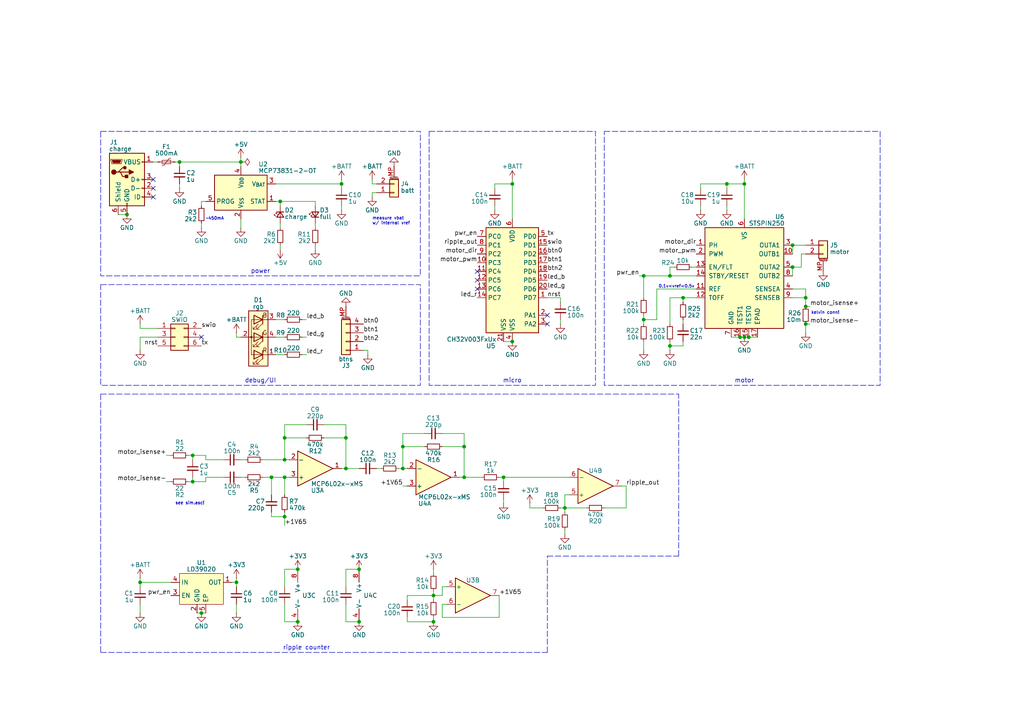
<source format=kicad_sch>
(kicad_sch (version 20231120) (generator "eeschema") (generator_version "8.0")
  (paper "A4")
  (junction (at 99.06 53.34))
  (junction (at 68.58 168.91))
  (junction (at 233.68 86.36))
  (junction (at 125.73 180.34))
  (junction (at 82.55 127))
  (junction (at 210.82 53.34))
  (junction (at 40.64 168.91))
  (junction (at 81.28 58.42))
  (junction (at 233.68 88.9))
  (junction (at 194.31 100.33))
  (junction (at 82.55 149.86))
  (junction (at 36.83 62.23))
  (junction (at 233.68 93.98))
  (junction (at 104.14 180.34))
  (junction (at 134.62 129.54))
  (junction (at 163.83 147.32))
  (junction (at 146.05 138.43))
  (junction (at 78.74 138.43))
  (junction (at 215.9 53.34))
  (junction (at 100.33 135.89))
  (junction (at 134.62 138.43))
  (junction (at 82.55 138.43))
  (junction (at 55.88 132.08))
  (junction (at 198.12 86.36))
  (junction (at 125.73 172.72))
  (junction (at 148.59 53.34))
  (junction (at 82.55 133.35))
  (junction (at 217.17 97.79))
  (junction (at 86.36 180.34))
  (junction (at 214.63 97.79))
  (junction (at 69.85 46.99))
  (junction (at 116.84 129.54))
  (junction (at 229.87 77.47))
  (junction (at 116.84 135.89))
  (junction (at 186.69 92.71))
  (junction (at 229.87 71.12))
  (junction (at 215.9 97.79))
  (junction (at 148.59 99.06))
  (junction (at 55.88 139.7))
  (junction (at 58.42 177.8))
  (junction (at 186.69 80.01))
  (junction (at 52.07 46.99))
  (junction (at 100.33 127))
  (junction (at 104.14 165.1))
  (junction (at 194.31 80.01))
  (junction (at 86.36 165.1))
  (no_connect (at 158.75 93.98))
  (no_connect (at 44.45 57.15))
  (no_connect (at 138.43 83.82))
  (no_connect (at 44.45 52.07))
  (no_connect (at 138.43 78.74))
  (no_connect (at 44.45 54.61))
  (no_connect (at 138.43 81.28))
  (no_connect (at 58.42 97.79))
  (no_connect (at 158.75 91.44))
  (wire (pts (xy 78.74 143.51) (xy 78.74 138.43)))
  (polyline (pts (xy 29.21 114.3) (xy 29.21 189.23)) (stroke (width 0) (type dash)))
  (polyline (pts (xy 196.85 161.29) (xy 196.85 114.3)) (stroke (width 0) (type dash)))
  (wire (pts (xy 128.27 170.18) (xy 128.27 172.72)))
  (wire (pts (xy 52.07 48.26) (xy 52.07 46.99)))
  (wire (pts (xy 186.69 80.01) (xy 186.69 86.36)))
  (wire (pts (xy 99.06 54.61) (xy 99.06 53.34)))
  (polyline (pts (xy 158.75 189.23) (xy 158.75 161.29)) (stroke (width 0) (type dash)))
  (wire (pts (xy 210.82 59.69) (xy 210.82 60.96)))
  (wire (pts (xy 146.05 144.78) (xy 146.05 146.05)))
  (wire (pts (xy 215.9 53.34) (xy 215.9 63.5)))
  (wire (pts (xy 146.05 99.06) (xy 148.59 99.06)))
  (wire (pts (xy 59.69 133.35) (xy 64.77 133.35)))
  (wire (pts (xy 99.06 52.07) (xy 99.06 53.34)))
  (wire (pts (xy 144.78 138.43) (xy 146.05 138.43)))
  (wire (pts (xy 40.64 101.6) (xy 40.64 97.79)))
  (wire (pts (xy 194.31 93.98) (xy 194.31 86.36)))
  (wire (pts (xy 100.33 135.89) (xy 104.14 135.89)))
  (wire (pts (xy 190.5 92.71) (xy 186.69 92.71)))
  (polyline (pts (xy 158.75 161.29) (xy 196.85 161.29)) (stroke (width 0) (type dash)))
  (wire (pts (xy 82.55 123.19) (xy 82.55 127)))
  (wire (pts (xy 57.15 177.8) (xy 58.42 177.8)))
  (wire (pts (xy 201.93 80.01) (xy 194.31 80.01)))
  (wire (pts (xy 88.9 123.19) (xy 82.55 123.19)))
  (wire (pts (xy 59.69 138.43) (xy 64.77 138.43)))
  (wire (pts (xy 82.55 138.43) (xy 82.55 143.51)))
  (wire (pts (xy 48.26 132.08) (xy 49.53 132.08)))
  (wire (pts (xy 215.9 97.79) (xy 217.17 97.79)))
  (wire (pts (xy 68.58 168.91) (xy 68.58 170.18)))
  (wire (pts (xy 210.82 53.34) (xy 215.9 53.34)))
  (wire (pts (xy 233.68 93.98) (xy 234.95 93.98)))
  (wire (pts (xy 80.01 102.87) (xy 82.55 102.87)))
  (wire (pts (xy 80.01 92.71) (xy 82.55 92.71)))
  (wire (pts (xy 198.12 100.33) (xy 198.12 99.06)))
  (wire (pts (xy 215.9 52.07) (xy 215.9 53.34)))
  (wire (pts (xy 82.55 165.1) (xy 82.55 170.18)))
  (wire (pts (xy 76.2 138.43) (xy 78.74 138.43)))
  (wire (pts (xy 146.05 138.43) (xy 146.05 139.7)))
  (wire (pts (xy 81.28 64.77) (xy 81.28 66.04)))
  (wire (pts (xy 201.93 83.82) (xy 190.5 83.82)))
  (wire (pts (xy 200.66 77.47) (xy 201.93 77.47)))
  (wire (pts (xy 181.61 140.97) (xy 180.34 140.97)))
  (wire (pts (xy 115.57 135.89) (xy 116.84 135.89)))
  (wire (pts (xy 91.44 71.12) (xy 91.44 72.39)))
  (wire (pts (xy 78.74 149.86) (xy 82.55 149.86)))
  (wire (pts (xy 40.64 167.64) (xy 40.64 168.91)))
  (wire (pts (xy 143.51 53.34) (xy 148.59 53.34)))
  (wire (pts (xy 123.19 125.73) (xy 116.84 125.73)))
  (wire (pts (xy 229.87 71.12) (xy 229.87 73.66)))
  (wire (pts (xy 44.45 46.99) (xy 45.72 46.99)))
  (wire (pts (xy 59.69 133.35) (xy 59.69 132.08)))
  (wire (pts (xy 153.67 146.05) (xy 153.67 147.32)))
  (wire (pts (xy 69.85 66.04) (xy 69.85 63.5)))
  (wire (pts (xy 93.98 127) (xy 100.33 127)))
  (wire (pts (xy 106.68 102.87) (xy 106.68 101.6)))
  (wire (pts (xy 100.33 123.19) (xy 100.33 127)))
  (wire (pts (xy 144.78 179.07) (xy 144.78 172.72)))
  (wire (pts (xy 40.64 95.25) (xy 45.72 95.25)))
  (wire (pts (xy 148.59 52.07) (xy 148.59 53.34)))
  (wire (pts (xy 233.68 73.66) (xy 232.41 73.66)))
  (wire (pts (xy 109.22 53.34) (xy 107.95 53.34)))
  (wire (pts (xy 232.41 77.47) (xy 229.87 77.47)))
  (polyline (pts (xy 29.21 189.23) (xy 158.75 189.23)) (stroke (width 0) (type dash)))
  (wire (pts (xy 82.55 180.34) (xy 86.36 180.34)))
  (wire (pts (xy 143.51 54.61) (xy 143.51 53.34)))
  (wire (pts (xy 50.8 46.99) (xy 52.07 46.99)))
  (wire (pts (xy 80.01 97.79) (xy 82.55 97.79)))
  (wire (pts (xy 58.42 177.8) (xy 59.69 177.8)))
  (wire (pts (xy 76.2 133.35) (xy 82.55 133.35)))
  (wire (pts (xy 58.42 58.42) (xy 59.69 58.42)))
  (wire (pts (xy 194.31 77.47) (xy 195.58 77.47)))
  (wire (pts (xy 198.12 92.71) (xy 198.12 93.98)))
  (wire (pts (xy 52.07 46.99) (xy 69.85 46.99)))
  (wire (pts (xy 128.27 125.73) (xy 134.62 125.73)))
  (wire (pts (xy 59.69 132.08) (xy 55.88 132.08)))
  (wire (pts (xy 203.2 53.34) (xy 210.82 53.34)))
  (wire (pts (xy 163.83 153.67) (xy 163.83 154.94)))
  (wire (pts (xy 148.59 53.34) (xy 148.59 63.5)))
  (wire (pts (xy 125.73 180.34) (xy 125.73 179.07)))
  (wire (pts (xy 58.42 59.69) (xy 58.42 58.42)))
  (wire (pts (xy 87.63 97.79) (xy 88.9 97.79)))
  (wire (pts (xy 181.61 147.32) (xy 181.61 140.97)))
  (wire (pts (xy 81.28 71.12) (xy 81.28 72.39)))
  (wire (pts (xy 162.56 92.71) (xy 162.56 93.98)))
  (wire (pts (xy 128.27 175.26) (xy 128.27 179.07)))
  (wire (pts (xy 58.42 66.04) (xy 58.42 64.77)))
  (wire (pts (xy 214.63 97.79) (xy 215.9 97.79)))
  (wire (pts (xy 233.68 93.98) (xy 233.68 96.52)))
  (wire (pts (xy 203.2 54.61) (xy 203.2 53.34)))
  (wire (pts (xy 86.36 165.1) (xy 82.55 165.1)))
  (wire (pts (xy 128.27 129.54) (xy 134.62 129.54)))
  (wire (pts (xy 100.33 170.18) (xy 100.33 165.1)))
  (wire (pts (xy 100.33 165.1) (xy 104.14 165.1)))
  (wire (pts (xy 55.88 132.08) (xy 55.88 133.35)))
  (wire (pts (xy 93.98 123.19) (xy 100.33 123.19)))
  (wire (pts (xy 232.41 73.66) (xy 232.41 77.47)))
  (wire (pts (xy 194.31 86.36) (xy 198.12 86.36)))
  (wire (pts (xy 186.69 99.06) (xy 186.69 101.6)))
  (wire (pts (xy 134.62 125.73) (xy 134.62 129.54)))
  (wire (pts (xy 153.67 147.32) (xy 157.48 147.32)))
  (wire (pts (xy 198.12 86.36) (xy 201.93 86.36)))
  (wire (pts (xy 128.27 179.07) (xy 144.78 179.07)))
  (wire (pts (xy 49.53 168.91) (xy 40.64 168.91)))
  (wire (pts (xy 116.84 129.54) (xy 116.84 135.89)))
  (wire (pts (xy 134.62 138.43) (xy 139.7 138.43)))
  (wire (pts (xy 129.54 175.26) (xy 128.27 175.26)))
  (wire (pts (xy 99.06 59.69) (xy 99.06 60.96)))
  (wire (pts (xy 109.22 135.89) (xy 110.49 135.89)))
  (wire (pts (xy 212.09 97.79) (xy 214.63 97.79)))
  (wire (pts (xy 229.87 86.36) (xy 233.68 86.36)))
  (wire (pts (xy 34.29 62.23) (xy 36.83 62.23)))
  (wire (pts (xy 162.56 87.63) (xy 162.56 86.36)))
  (wire (pts (xy 233.68 83.82) (xy 233.68 86.36)))
  (wire (pts (xy 125.73 172.72) (xy 125.73 173.99)))
  (wire (pts (xy 83.82 138.43) (xy 82.55 138.43)))
  (wire (pts (xy 48.26 139.7) (xy 49.53 139.7)))
  (wire (pts (xy 40.64 175.26) (xy 40.64 177.8)))
  (wire (pts (xy 134.62 129.54) (xy 134.62 138.43)))
  (wire (pts (xy 107.95 57.15) (xy 107.95 55.88)))
  (wire (pts (xy 163.83 147.32) (xy 163.83 143.51)))
  (wire (pts (xy 81.28 59.69) (xy 81.28 58.42)))
  (wire (pts (xy 116.84 125.73) (xy 116.84 129.54)))
  (wire (pts (xy 55.88 139.7) (xy 59.69 139.7)))
  (wire (pts (xy 78.74 148.59) (xy 78.74 149.86)))
  (wire (pts (xy 106.68 101.6) (xy 105.41 101.6)))
  (wire (pts (xy 125.73 165.1) (xy 125.73 166.37)))
  (wire (pts (xy 40.64 168.91) (xy 40.64 170.18)))
  (wire (pts (xy 233.68 88.9) (xy 234.95 88.9)))
  (wire (pts (xy 55.88 139.7) (xy 55.88 138.43)))
  (wire (pts (xy 99.06 135.89) (xy 100.33 135.89)))
  (wire (pts (xy 91.44 64.77) (xy 91.44 66.04)))
  (wire (pts (xy 81.28 58.42) (xy 91.44 58.42)))
  (wire (pts (xy 194.31 80.01) (xy 194.31 77.47)))
  (wire (pts (xy 107.95 55.88) (xy 109.22 55.88)))
  (wire (pts (xy 81.28 58.42) (xy 80.01 58.42)))
  (wire (pts (xy 107.95 53.34) (xy 107.95 52.07)))
  (wire (pts (xy 68.58 97.79) (xy 69.85 97.79)))
  (wire (pts (xy 229.87 71.12) (xy 233.68 71.12)))
  (wire (pts (xy 100.33 180.34) (xy 104.14 180.34)))
  (wire (pts (xy 233.68 86.36) (xy 233.68 88.9)))
  (wire (pts (xy 175.26 147.32) (xy 181.61 147.32)))
  (wire (pts (xy 203.2 59.69) (xy 203.2 60.96)))
  (wire (pts (xy 69.85 133.35) (xy 71.12 133.35)))
  (wire (pts (xy 162.56 147.32) (xy 163.83 147.32)))
  (wire (pts (xy 116.84 135.89) (xy 118.11 135.89)))
  (wire (pts (xy 82.55 152.4) (xy 82.55 149.86)))
  (wire (pts (xy 125.73 172.72) (xy 128.27 172.72)))
  (wire (pts (xy 194.31 100.33) (xy 194.31 101.6)))
  (wire (pts (xy 194.31 100.33) (xy 198.12 100.33)))
  (wire (pts (xy 40.64 97.79) (xy 45.72 97.79)))
  (wire (pts (xy 133.35 138.43) (xy 134.62 138.43)))
  (wire (pts (xy 217.17 97.79) (xy 219.71 97.79)))
  (wire (pts (xy 170.18 147.32) (xy 163.83 147.32)))
  (wire (pts (xy 123.19 129.54) (xy 116.84 129.54)))
  (wire (pts (xy 68.58 167.64) (xy 68.58 168.91)))
  (wire (pts (xy 118.11 172.72) (xy 125.73 172.72)))
  (wire (pts (xy 68.58 175.26) (xy 68.58 177.8)))
  (wire (pts (xy 229.87 77.47) (xy 229.87 80.01)))
  (wire (pts (xy 69.85 138.43) (xy 71.12 138.43)))
  (wire (pts (xy 100.33 127) (xy 100.33 135.89)))
  (wire (pts (xy 118.11 173.99) (xy 118.11 172.72)))
  (wire (pts (xy 229.87 83.82) (xy 233.68 83.82)))
  (wire (pts (xy 67.31 168.91) (xy 68.58 168.91)))
  (wire (pts (xy 52.07 53.34) (xy 52.07 54.61)))
  (wire (pts (xy 163.83 143.51) (xy 165.1 143.51)))
  (wire (pts (xy 116.84 140.97) (xy 118.11 140.97)))
  (wire (pts (xy 68.58 96.52) (xy 68.58 97.79)))
  (wire (pts (xy 158.75 86.36) (xy 162.56 86.36)))
  (wire (pts (xy 186.69 92.71) (xy 186.69 93.98)))
  (wire (pts (xy 82.55 127) (xy 82.55 133.35)))
  (wire (pts (xy 59.69 138.43) (xy 59.69 139.7)))
  (wire (pts (xy 87.63 102.87) (xy 88.9 102.87)))
  (wire (pts (xy 100.33 175.26) (xy 100.33 180.34)))
  (wire (pts (xy 78.74 138.43) (xy 82.55 138.43)))
  (wire (pts (xy 54.61 132.08) (xy 55.88 132.08)))
  (wire (pts (xy 82.55 133.35) (xy 83.82 133.35)))
  (wire (pts (xy 129.54 170.18) (xy 128.27 170.18)))
  (wire (pts (xy 69.85 45.72) (xy 69.85 46.99)))
  (wire (pts (xy 194.31 99.06) (xy 194.31 100.33)))
  (wire (pts (xy 82.55 148.59) (xy 82.55 149.86)))
  (wire (pts (xy 40.64 95.25) (xy 40.64 93.98)))
  (wire (pts (xy 118.11 180.34) (xy 125.73 180.34)))
  (wire (pts (xy 186.69 91.44) (xy 186.69 92.71)))
  (wire (pts (xy 91.44 59.69) (xy 91.44 58.42)))
  (wire (pts (xy 146.05 138.43) (xy 165.1 138.43)))
  (wire (pts (xy 54.61 139.7) (xy 55.88 139.7)))
  (polyline (pts (xy 29.21 114.3) (xy 196.85 114.3)) (stroke (width 0) (type dash)))
  (wire (pts (xy 163.83 147.32) (xy 163.83 148.59)))
  (wire (pts (xy 69.85 46.99) (xy 69.85 48.26)))
  (wire (pts (xy 118.11 179.07) (xy 118.11 180.34)))
  (wire (pts (xy 87.63 92.71) (xy 88.9 92.71)))
  (wire (pts (xy 190.5 83.82) (xy 190.5 92.71)))
  (wire (pts (xy 198.12 86.36) (xy 198.12 87.63)))
  (wire (pts (xy 143.51 59.69) (xy 143.51 60.96)))
  (wire (pts (xy 210.82 53.34) (xy 210.82 54.61)))
  (wire (pts (xy 82.55 175.26) (xy 82.55 180.34)))
  (wire (pts (xy 125.73 171.45) (xy 125.73 172.72)))
  (wire (pts (xy 88.9 127) (xy 82.55 127)))
  (wire (pts (xy 80.01 53.34) (xy 99.06 53.34)))
  (wire (pts (xy 194.31 80.01) (xy 186.69 80.01)))
  (wire (pts (xy 185.42 80.01) (xy 186.69 80.01)))
  (rectangle (start 29.21 38.1) (end 121.92 80.01) (stroke (width 0) (type dash)))
  (rectangle (start 175.26 38.1) (end 255.27 111.76) (stroke (width 0) (type dash)))
  (rectangle (start 124.46 38.1) (end 172.72 111.76) (stroke (width 0) (type dash)))
  (rectangle (start 29.21 82.55) (end 121.92 111.76) (stroke (width 0) (type dash)))
  (text "~450mA" (at 59.69 63.5 0) (effects (font (size 0.889 0.889)) (justify left)))
  (text "measure vbat\nw/ internal vref" (at 107.95 64.135 0) (effects (font (size 0.889 0.889)) (justify left)))
  (text "micro" (at 148.59 110.49 0) (effects (font (size 1.27 1.27))))
  (text "0.1v<vref<0.5v" (at 196.215 83.185 0) (effects (font (size 0.889 0.889))))
  (text "motor" (at 215.9 110.49 0) (effects (font (size 1.27 1.27))))
  (text "debug/UI" (at 75.565 110.49 0) (effects (font (size 1.27 1.27))))
  (text "power" (at 75.565 78.74 0) (effects (font (size 1.27 1.27))))
  (text "kelvin conn!" (at 239.395 90.805 0) (effects (font (size 0.889 0.889))))
  (text "ripple counter" (at 88.9 187.96 0) (effects (font (size 1.27 1.27))))
  (text "see sim.asc!" (at 50.8 146.05 0) (effects (font (size 0.889 0.889)) (justify left)))
  (label "led_b" (at 158.75 81.28 0))
  (label "motor_dir" (at 201.93 71.12 180))
  (label "pwr_en" (at 49.53 172.72 180))
  (label "motor_isense+" (at 48.26 132.08 180))
  (label "+1V65" (at 82.55 152.4 0))
  (label "btn0" (at 105.41 93.98 0))
  (label "btn2" (at 158.75 78.74 0))
  (label "led_g" (at 158.75 83.82 0))
  (label "nrst" (at 158.75 86.36 0))
  (label "motor_isense-" (at 234.95 93.98 0))
  (label "led_r" (at 88.9 102.87 0))
  (label "pwr_en" (at 185.42 80.01 180))
  (label "ripple_out" (at 181.61 140.97 0))
  (label "led_g" (at 88.9 97.79 0))
  (label "motor_dir" (at 138.43 73.66 180))
  (label "ripple_out" (at 138.43 71.12 180))
  (label "btn1" (at 105.41 96.52 0))
  (label "led_b" (at 88.9 92.71 0))
  (label "motor_isense+" (at 234.95 88.9 0))
  (label "pwr_en" (at 138.43 68.58 180))
  (label "tx" (at 58.42 100.33 0))
  (label "swio" (at 158.75 71.12 0))
  (label "led_r" (at 138.43 86.36 180))
  (label "motor_pwm" (at 201.93 73.66 180))
  (label "swio" (at 58.42 95.25 0))
  (label "+1V65" (at 116.84 140.97 180))
  (label "tx" (at 158.75 68.58 0))
  (label "btn0" (at 158.75 73.66 0))
  (label "btn1" (at 158.75 76.2 0))
  (label "motor_isense-" (at 48.26 139.7 180))
  (label "+1V65" (at 144.78 172.72 0))
  (label "btn2" (at 105.41 99.06 0))
  (label "motor_pwm" (at 138.43 76.2 180))
  (label "nrst" (at 45.72 100.33 180))
  (symbol (lib_id "Device:C_Small") (at 99.06 57.15 0) (unit 1)
    (property "Reference" "C10" (at 100.965 56.515 0) (effects (justify left)))
    (property "Value" "1u" (at 100.965 58.42 0) (effects (justify left)))
    (property "Footprint" "Capacitor_SMD:C_0603_1608Metric" (effects (hide yes)))
    (property "Description" "Unpolarized capacitor, small symbol" (effects (hide yes)))
  )
  (symbol (lib_name "+3V3_1") (lib_id "power:+3V3") (at 68.58 167.64 0) (unit 1)
    (property "Reference" "#PWR041" (effects (hide yes)))
    (property "Value" "+3V3" (at 68.58 163.83 0))
    (property "Description" "Power symbol creates a global label with name \"+3V3\"" (effects (hide yes)))
  )
  (symbol (lib_id "Device:C_Small") (at 100.33 172.72 0) (mirror y) (unit 1)
    (property "Reference" "C11" (at 98.425 172.085 0) (effects (justify left)))
    (property "Value" "100n" (at 98.425 173.99 0) (effects (justify left)))
    (property "Footprint" "Capacitor_SMD:C_0603_1608Metric" (effects (hide yes)))
    (property "Description" "Unpolarized capacitor, small symbol" (effects (hide yes)))
  )
  (symbol (lib_name "+3V3_1") (lib_id "power:+3V3") (at 104.14 165.1 0) (unit 1)
    (property "Reference" "#PWR015" (effects (hide yes)))
    (property "Value" "+3V3" (at 104.14 161.29 0))
    (property "Description" "Power symbol creates a global label with name \"+3V3\"" (effects (hide yes)))
  )
  (symbol (lib_id "power:GND") (at 40.64 177.8 0) (unit 1)
    (property "Reference" "#PWR05" (effects (hide yes)))
    (property "Value" "GND" (at 40.64 181.61 0))
    (property "Description" "Power symbol creates a global label with name \"GND\" , ground" (effects (hide yes)))
  )
  (symbol (lib_id "power:+5V") (at 69.85 45.72 0) (unit 1)
    (property "Reference" "#PWR012" (effects (hide yes)))
    (property "Value" "+5V" (at 69.85 41.91 0))
    (property "Description" "Power symbol creates a global label with name \"+5V\"" (effects (hide yes)))
  )
  (symbol (lib_id "power:PWR_FLAG") (at 69.85 46.99 270) (unit 1)
    (property "Reference" "#FLG01" (effects (hide yes)))
    (property "Value" "PWR_FLAG" (effects (hide yes)))
    (property "Description" "Special symbol for telling ERC where power comes from" (effects (hide yes)))
  )
  (symbol (lib_id "power:GND") (at 100.33 88.9 180) (unit 1)
    (property "Reference" "#PWR043" (effects (hide yes)))
    (property "Value" "GND" (at 100.33 85.09 0))
    (property "Description" "Power symbol creates a global label with name \"GND\" , ground" (effects (hide yes)))
  )
  (symbol (lib_id "Amplifier_Operational:MCP6L02x-xMS") (at 104.14 172.72 0) (unit 3)
    (property "Reference" "U4" (at 105.41 172.7199 0) (effects (justify left)))
    (property "Value" "MCP6L02x-xMS" (effects (hide yes)))
    (property "Footprint" "Package_SO:MSOP-8_3x3mm_P0.65mm" (effects (hide yes)))
    (property "Datasheet" "http://ww1.microchip.com/downloads/en/devicedoc/22140b.pdf" (effects (hide yes)))
    (property "Description" "Dual, 1 MHz, 85µA, Rail-to-Rail input and output, MSOP-8" (effects (hide yes)))
  )
  (symbol (lib_id "Device:C_Small") (at 125.73 125.73 90) (unit 1)
    (property "Reference" "C13" (at 127.635 121.285 90) (effects (justify left)))
    (property "Value" "220p" (at 125.73 123.19 90))
    (property "Footprint" "Capacitor_SMD:C_0603_1608Metric" (effects (hide yes)))
    (property "Description" "Unpolarized capacitor, small symbol" (effects (hide yes)))
  )
  (symbol (lib_id "Device:R_Small") (at 58.42 62.23 0) (unit 1)
    (property "Reference" "R3" (at 57.15 61.595 0) (effects (justify right)))
    (property "Value" "2k2" (at 57.15 63.5 0) (effects (justify right)))
    (property "Footprint" "Resistor_SMD:R_0603_1608Metric" (effects (hide yes)))
    (property "Description" "Resistor, small symbol" (effects (hide yes)))
  )
  (symbol (lib_id "Device:C_Small") (at 118.11 176.53 0) (mirror y) (unit 1)
    (property "Reference" "C20" (at 116.205 175.895 0) (effects (justify left)))
    (property "Value" "100n" (at 116.205 177.8 0) (effects (justify left)))
    (property "Footprint" "Capacitor_SMD:C_0603_1608Metric" (effects (hide yes)))
    (property "Description" "Unpolarized capacitor, small symbol" (effects (hide yes)))
  )
  (symbol (lib_id "power:GND") (at 146.05 146.05 0) (unit 1)
    (property "Reference" "#PWR028" (effects (hide yes)))
    (property "Value" "GND" (at 146.05 149.86 0))
    (property "Description" "Power symbol creates a global label with name \"GND\" , ground" (effects (hide yes)))
  )
  (symbol (lib_id "Connector_Generic:Conn_02x03_Odd_Even") (at 50.8 97.79 0) (unit 1)
    (property "Reference" "J2" (at 52.07 90.805 0))
    (property "Value" "SWIO" (at 52.07 92.71 0))
    (property "Footprint" "Connector:Tag-Connect_TC2030-IDC-NL_2x03_P1.27mm_Vertical" (effects (hide yes)))
    (property "Description" "Generic connector, double row, 02x03, odd/even pin numbering scheme (row 1 odd numbers, row 2 even numbers), script generated (kicad-library-utils/schlib/autogen/connector/)" (effects (hide yes)))
  )
  (symbol (lib_id "Device:R_Small") (at 85.09 92.71 270) (mirror x) (unit 1)
    (property "Reference" "R8" (at 80.01 91.44 90) (effects (justify left)))
    (property "Value" "220" (at 83.185 90.805 90) (effects (justify left)))
    (property "Footprint" "Resistor_SMD:R_0402_1005Metric" (effects (hide yes)))
  )
  (symbol (lib_id "Device:R_Small") (at 73.66 133.35 270) (mirror x) (unit 1)
    (property "Reference" "R4" (at 72.39 129.54 90) (effects (justify left)))
    (property "Value" "2k2" (at 73.66 131.445 90))
    (property "Footprint" "Resistor_SMD:R_0603_1608Metric" (effects (hide yes)))
  )
  (symbol (lib_id "power:GND") (at 215.9 97.79 0) (unit 1)
    (property "Reference" "#PWR039" (effects (hide yes)))
    (property "Value" "GND" (at 215.9 101.6 0))
    (property "Description" "Power symbol creates a global label with name \"GND\" , ground" (effects (hide yes)))
  )
  (symbol (lib_id "Device:R_Small") (at 163.83 151.13 0) (unit 1)
    (property "Reference" "R19" (at 162.56 150.495 0) (effects (justify right)))
    (property "Value" "100k" (at 162.56 152.4 0) (effects (justify right)))
    (property "Footprint" "Resistor_SMD:R_0603_1608Metric" (effects (hide yes)))
    (property "Description" "Resistor, small symbol" (effects (hide yes)))
  )
  (symbol (lib_id "power:+BATT") (at 107.95 52.07 0) (unit 1)
    (property "Reference" "#PWR023" (effects (hide yes)))
    (property "Value" "+BATT" (at 107.95 48.26 0))
    (property "Description" "Power symbol creates a global label with name \"+BATT\"" (effects (hide yes)))
  )
  (symbol (lib_id "Device:R_Small") (at 85.09 102.87 270) (mirror x) (unit 1)
    (property "Reference" "R10" (at 79.375 101.6 90) (effects (justify left)))
    (property "Value" "220" (at 83.185 100.965 90) (effects (justify left)))
    (property "Footprint" "Resistor_SMD:R_0402_1005Metric" (effects (hide yes)))
  )
  (symbol (lib_id "Device:R_Small") (at 85.09 97.79 270) (mirror x) (unit 1)
    (property "Reference" "R9" (at 80.01 96.52 90) (effects (justify left)))
    (property "Value" "220" (at 83.185 95.885 90) (effects (justify left)))
    (property "Footprint" "Resistor_SMD:R_0402_1005Metric" (effects (hide yes)))
  )
  (symbol (lib_id "power:+BATT") (at 215.9 52.07 0) (unit 1)
    (property "Reference" "#PWR038" (effects (hide yes)))
    (property "Value" "+BATT" (at 215.9 48.26 0))
    (property "Description" "Power symbol creates a global label with name \"+BATT\"" (effects (hide yes)))
  )
  (symbol (lib_id "Device:C_Small") (at 146.05 142.24 180) (unit 1)
    (property "Reference" "C15" (at 144.145 141.605 0) (effects (justify left)))
    (property "Value" "100n" (at 144.145 143.51 0) (effects (justify left)))
    (property "Footprint" "Capacitor_SMD:C_0603_1608Metric" (effects (hide yes)))
    (property "Description" "Unpolarized capacitor, small symbol" (effects (hide yes)))
  )
  (symbol (lib_id "power:GND") (at 104.14 180.34 0) (unit 1)
    (property "Reference" "#PWR021" (effects (hide yes)))
    (property "Value" "GND" (at 104.14 184.15 0))
    (property "Description" "Power symbol creates a global label with name \"GND\" , ground" (effects (hide yes)))
  )
  (symbol (lib_id "Device:R_Small") (at 160.02 147.32 90) (unit 1)
    (property "Reference" "R18" (at 158.115 143.51 90) (effects (justify right)))
    (property "Value" "100k" (at 157.48 145.415 90) (effects (justify right)))
    (property "Footprint" "Resistor_SMD:R_0603_1608Metric" (effects (hide yes)))
    (property "Description" "Resistor, small symbol" (effects (hide yes)))
  )
  (symbol (lib_id "extraparts:LD39020") (at 58.42 168.91 0) (unit 1)
    (property "Reference" "U1" (at 58.42 163.195 0))
    (property "Value" "LD39020" (at 58.42 165.1 0))
    (property "Footprint" "Package_DFN_QFN:UDFN-4-1EP_1x1mm_P0.65mm_EP0.48x0.48mm" (effects (hide yes)))
  )
  (symbol (lib_id "Device:LED_Small") (at 91.44 62.23 90) (unit 1)
    (property "Reference" "D3" (at 92.71 60.96 90) (effects (justify right)))
    (property "Value" "full" (at 92.71 62.865 90) (effects (justify right)))
    (property "Footprint" "LED_SMD:LED_0603_1608Metric" (effects (hide yes)))
    (property "Description" "Light emitting diode, small symbol" (effects (hide yes)))
  )
  (symbol (lib_id "Device:C_Small") (at 67.31 133.35 90) (unit 1)
    (property "Reference" "C4" (at 68.58 128.905 90) (effects (justify left)))
    (property "Value" "100n" (at 67.31 130.81 90))
    (property "Footprint" "Capacitor_SMD:C_0603_1608Metric" (effects (hide yes)))
    (property "Description" "Unpolarized capacitor, small symbol" (effects (hide yes)))
  )
  (symbol (lib_id "Connector_Generic_MountingPin:Conn_01x04_MountingPin") (at 100.33 99.06 180) (unit 1)
    (property "Reference" "J3" (at 100.33 106.045 0))
    (property "Value" "btns" (at 100.33 104.14 0))
    (property "Footprint" "Connector_JST:JST_GH_SM04B-GHS-TB_1x04-1MP_P1.25mm_Horizontal" (effects (hide yes)))
    (property "Description" "Generic connectable mounting pin connector, single row, 01x04, script generated (kicad-library-utils/schlib/autogen/connector/)" (effects (hide yes)))
  )
  (symbol (lib_id "Device:C_Small") (at 52.07 50.8 0) (unit 1)
    (property "Reference" "C2" (at 53.975 50.165 0) (effects (justify left)))
    (property "Value" "1u" (at 53.975 52.07 0) (effects (justify left)))
    (property "Footprint" "Capacitor_SMD:C_0603_1608Metric" (effects (hide yes)))
    (property "Description" "Unpolarized capacitor, small symbol" (effects (hide yes)))
  )
  (symbol (lib_id "power:GND") (at 148.59 99.06 0) (unit 1)
    (property "Reference" "#PWR030" (effects (hide yes)))
    (property "Value" "GND" (at 148.59 102.87 0))
    (property "Description" "Power symbol creates a global label with name \"GND\" , ground" (effects (hide yes)))
  )
  (symbol (lib_id "power:+5V") (at 81.28 72.39 180) (unit 1)
    (property "Reference" "#PWR014" (effects (hide yes)))
    (property "Value" "+5V" (at 81.28 76.2 0))
    (property "Description" "Power symbol creates a global label with name \"+5V\"" (effects (hide yes)))
  )
  (symbol (lib_id "power:GND") (at 52.07 54.61 0) (unit 1)
    (property "Reference" "#PWR06" (effects (hide yes)))
    (property "Value" "GND" (at 52.07 58.42 0))
    (property "Description" "Power symbol creates a global label with name \"GND\" , ground" (effects (hide yes)))
  )
  (symbol (lib_id "power:GND") (at 163.83 154.94 0) (unit 1)
    (property "Reference" "#PWR033" (effects (hide yes)))
    (property "Value" "GND" (at 163.83 158.75 0))
    (property "Description" "Power symbol creates a global label with name \"GND\" , ground" (effects (hide yes)))
  )
  (symbol (lib_id "Amplifier_Operational:MCP6L02x-xMS") (at 86.36 172.72 0) (unit 3)
    (property "Reference" "U3" (at 87.63 172.72 0) (effects (justify left)))
    (property "Value" "MCP6L02x-xMS" (effects (hide yes)))
    (property "Footprint" "Package_SO:MSOP-8_3x3mm_P0.65mm" (effects (hide yes)))
    (property "Datasheet" "http://ww1.microchip.com/downloads/en/devicedoc/22140b.pdf" (effects (hide yes)))
    (property "Description" "Dual, 1 MHz, 85µA, Rail-to-Rail input and output, MSOP-8" (effects (hide yes)))
  )
  (symbol (lib_id "power:+BATT") (at 40.64 93.98 0) (unit 1)
    (property "Reference" "#PWR02" (effects (hide yes)))
    (property "Value" "+BATT" (at 40.64 90.17 0))
    (property "Description" "Power symbol creates a global label with name \"+BATT\"" (effects (hide yes)))
  )
  (symbol (lib_id "Device:C_Small") (at 162.56 90.17 0) (unit 1)
    (property "Reference" "C16" (at 164.465 89.535 0) (effects (justify left)))
    (property "Value" "100n" (at 164.465 91.44 0) (effects (justify left)))
    (property "Footprint" "Capacitor_SMD:C_0603_1608Metric" (effects (hide yes)))
    (property "Description" "Unpolarized capacitor, small symbol" (effects (hide yes)))
  )
  (symbol (lib_id "Device:R_Small") (at 194.31 96.52 0) (mirror y) (unit 1)
    (property "Reference" "R23" (at 193.04 95.885 0) (effects (justify left)))
    (property "Value" "100k" (at 193.04 97.79 0) (effects (justify left)))
    (property "Footprint" "Resistor_SMD:R_0603_1608Metric" (effects (hide yes)))
    (property "Description" "Resistor, small symbol" (effects (hide yes)))
  )
  (symbol (lib_id "Device:R_Small") (at 172.72 147.32 90) (mirror x) (unit 1)
    (property "Reference" "R20" (at 174.625 151.13 90) (effects (justify left)))
    (property "Value" "470k" (at 172.72 149.225 90))
    (property "Footprint" "Resistor_SMD:R_0603_1608Metric" (effects (hide yes)))
  )
  (symbol (lib_id "Amplifier_Operational:MCP6L02x-xMS") (at 137.16 172.72 0) (unit 2)
    (property "Reference" "U3" (at 137.16 168.275 0))
    (property "Value" "MCP6L02x-xMS" (effects (hide yes)))
    (property "Footprint" "Package_SO:MSOP-8_3x3mm_P0.65mm" (effects (hide yes)))
    (property "Datasheet" "http://ww1.microchip.com/downloads/en/devicedoc/22140b.pdf" (effects (hide yes)))
    (property "Description" "Dual, 1 MHz, 85µA, Rail-to-Rail input and output, MSOP-8" (effects (hide yes)))
  )
  (symbol (lib_id "power:GND") (at 91.44 72.39 0) (unit 1)
    (property "Reference" "#PWR017" (effects (hide yes)))
    (property "Value" "GND" (at 91.44 76.2 0))
    (property "Description" "Power symbol creates a global label with name \"GND\" , ground" (effects (hide yes)))
  )
  (symbol (lib_id "power:GND") (at 36.83 62.23 0) (unit 1)
    (property "Reference" "#PWR01" (effects (hide yes)))
    (property "Value" "GND" (at 36.83 66.04 0))
    (property "Description" "Power symbol creates a global label with name \"GND\" , ground" (effects (hide yes)))
  )
  (symbol (lib_id "power:GND") (at 203.2 60.96 0) (unit 1)
    (property "Reference" "#PWR036" (effects (hide yes)))
    (property "Value" "GND" (at 203.2 64.77 0))
    (property "Description" "Power symbol creates a global label with name \"GND\" , ground" (effects (hide yes)))
  )
  (symbol (lib_id "Device:R_Small") (at 91.44 127 270) (mirror x) (unit 1)
    (property "Reference" "R12" (at 89.535 130.81 90) (effects (justify left)))
    (property "Value" "470k" (at 91.44 128.905 90))
    (property "Footprint" "Resistor_SMD:R_0603_1608Metric" (effects (hide yes)))
  )
  (symbol (lib_id "Device:C_Small") (at 91.44 123.19 90) (unit 1)
    (property "Reference" "C9" (at 92.71 118.745 90) (effects (justify left)))
    (property "Value" "220p" (at 91.44 120.65 90))
    (property "Footprint" "Capacitor_SMD:C_0603_1608Metric" (effects (hide yes)))
    (property "Description" "Unpolarized capacitor, small symbol" (effects (hide yes)))
  )
  (symbol (lib_id "Device:R_Small") (at 113.03 135.89 270) (mirror x) (unit 1)
    (property "Reference" "R13" (at 111.125 132.08 90) (effects (justify left)))
    (property "Value" "2k2" (at 113.03 133.985 90))
    (property "Footprint" "Resistor_SMD:R_0603_1608Metric" (effects (hide yes)))
  )
  (symbol (lib_id "power:GND") (at 86.36 180.34 0) (unit 1)
    (property "Reference" "#PWR016" (effects (hide yes)))
    (property "Value" "GND" (at 86.36 184.15 0))
    (property "Description" "Power symbol creates a global label with name \"GND\" , ground" (effects (hide yes)))
  )
  (symbol (lib_id "Device:C_Small") (at 210.82 57.15 0) (mirror y) (unit 1)
    (property "Reference" "C19" (at 208.915 56.515 0) (effects (justify left)))
    (property "Value" "1u" (at 208.915 58.42 0) (effects (justify left)))
    (property "Footprint" "Capacitor_SMD:C_0603_1608Metric" (effects (hide yes)))
    (property "Description" "Unpolarized capacitor, small symbol" (effects (hide yes)))
  )
  (symbol (lib_id "Device:C_Small") (at 203.2 57.15 0) (mirror y) (unit 1)
    (property "Reference" "C18" (at 201.295 56.515 0) (effects (justify left)))
    (property "Value" "10u" (at 201.295 58.42 0) (effects (justify left)))
    (property "Footprint" "Capacitor_SMD:C_0603_1608Metric" (effects (hide yes)))
    (property "Description" "Unpolarized capacitor, small symbol" (effects (hide yes)))
  )
  (symbol (lib_id "Device:R_Small") (at 82.55 146.05 0) (mirror y) (unit 1)
    (property "Reference" "R7" (at 83.82 145.415 0) (effects (justify right)))
    (property "Value" "470k" (at 83.82 147.32 0) (effects (justify right)))
    (property "Footprint" "Resistor_SMD:R_0603_1608Metric" (effects (hide yes)))
  )
  (symbol (lib_id "power:+BATT") (at 148.59 52.07 0) (unit 1)
    (property "Reference" "#PWR029" (effects (hide yes)))
    (property "Value" "+BATT" (at 148.59 48.26 0))
    (property "Description" "Power symbol creates a global label with name \"+BATT\"" (effects (hide yes)))
  )
  (symbol (lib_id "power:GND") (at 233.68 96.52 0) (unit 1)
    (property "Reference" "#PWR040" (effects (hide yes)))
    (property "Value" "GND" (at 233.68 100.33 0))
    (property "Description" "Power symbol creates a global label with name \"GND\" , ground" (effects (hide yes)))
  )
  (symbol (lib_name "+3V3_1") (lib_id "power:+3V3") (at 86.36 165.1 0) (unit 1)
    (property "Reference" "#PWR010" (effects (hide yes)))
    (property "Value" "+3V3" (at 86.36 161.29 0))
    (property "Description" "Power symbol creates a global label with name \"+3V3\"" (effects (hide yes)))
  )
  (symbol (lib_id "Amplifier_Operational:MCP6L02x-xMS") (at 91.44 135.89 0) (mirror x) (unit 1)
    (property "Reference" "U3" (at 92.075 142.24 0))
    (property "Value" "MCP6L02x-xMS" (at 97.79 140.335 0))
    (property "Footprint" "Package_SO:MSOP-8_3x3mm_P0.65mm" (effects (hide yes)))
    (property "Datasheet" "http://ww1.microchip.com/downloads/en/devicedoc/22140b.pdf" (effects (hide yes)))
    (property "Description" "Dual, 1 MHz, 85µA, Rail-to-Rail input and output, MSOP-8" (effects (hide yes)))
  )
  (symbol (lib_id "power:GND") (at 238.76 78.74 0) (unit 1)
    (property "Reference" "#PWR042" (effects (hide yes)))
    (property "Value" "GND" (at 238.76 82.55 0))
    (property "Description" "Power symbol creates a global label with name \"GND\" , ground" (effects (hide yes)))
  )
  (symbol (lib_id "Device:R_Small") (at 125.73 129.54 270) (mirror x) (unit 1)
    (property "Reference" "R16" (at 123.825 133.35 90) (effects (justify left)))
    (property "Value" "470k" (at 125.73 131.445 90))
    (property "Footprint" "Resistor_SMD:R_0603_1608Metric" (effects (hide yes)))
  )
  (symbol (lib_id "power:GND") (at 106.68 102.87 0) (unit 1)
    (property "Reference" "#PWR022" (effects (hide yes)))
    (property "Value" "GND" (at 106.68 106.68 0))
    (property "Description" "Power symbol creates a global label with name \"GND\" , ground" (effects (hide yes)))
  )
  (symbol (lib_id "power:GND") (at 194.31 101.6 0) (unit 1)
    (property "Reference" "#PWR035" (effects (hide yes)))
    (property "Value" "GND" (at 194.31 105.41 0))
    (property "Description" "Power symbol creates a global label with name \"GND\" , ground" (effects (hide yes)))
  )
  (symbol (lib_id "power:GND") (at 69.85 66.04 0) (unit 1)
    (property "Reference" "#PWR013" (effects (hide yes)))
    (property "Value" "GND" (at 69.85 69.85 0))
    (property "Description" "Power symbol creates a global label with name \"GND\" , ground" (effects (hide yes)))
  )
  (symbol (lib_id "Device:C_Small") (at 78.74 146.05 180) (unit 1)
    (property "Reference" "C7" (at 76.835 145.415 0) (effects (justify left)))
    (property "Value" "220p" (at 76.835 147.32 0) (effects (justify left)))
    (property "Footprint" "Capacitor_SMD:C_0603_1608Metric" (effects (hide yes)))
    (property "Description" "Unpolarized capacitor, small symbol" (effects (hide yes)))
  )
  (symbol (lib_id "power:GND") (at 143.51 60.96 0) (unit 1)
    (property "Reference" "#PWR027" (effects (hide yes)))
    (property "Value" "GND" (at 143.51 64.77 0))
    (property "Description" "Power symbol creates a global label with name \"GND\" , ground" (effects (hide yes)))
  )
  (symbol (lib_id "power:GND") (at 107.95 57.15 0) (unit 1)
    (property "Reference" "#PWR024" (effects (hide yes)))
    (property "Value" "GND" (at 107.95 60.96 0))
    (property "Description" "Power symbol creates a global label with name \"GND\" , ground" (effects (hide yes)))
  )
  (symbol (lib_id "Device:C_Small") (at 106.68 135.89 90) (unit 1)
    (property "Reference" "C12" (at 108.585 131.445 90) (effects (justify left)))
    (property "Value" "100n" (at 106.68 133.35 90))
    (property "Footprint" "Capacitor_SMD:C_0603_1608Metric" (effects (hide yes)))
    (property "Description" "Unpolarized capacitor, small symbol" (effects (hide yes)))
  )
  (symbol (lib_id "power:GND") (at 210.82 60.96 0) (unit 1)
    (property "Reference" "#PWR037" (effects (hide yes)))
    (property "Value" "GND" (at 210.82 64.77 0))
    (property "Description" "Power symbol creates a global label with name \"GND\" , ground" (effects (hide yes)))
  )
  (symbol (lib_id "Device:LED_Small") (at 81.28 62.23 90) (mirror x) (unit 1)
    (property "Reference" "D2" (at 82.55 60.96 90) (effects (justify right)))
    (property "Value" "charge" (at 82.55 62.865 90) (effects (justify right)))
    (property "Footprint" "LED_SMD:LED_0603_1608Metric" (effects (hide yes)))
    (property "Description" "Light emitting diode, small symbol" (effects (hide yes)))
  )
  (symbol (lib_id "Device:R_Small") (at 198.12 77.47 270) (mirror x) (unit 1)
    (property "Reference" "R24" (at 191.77 76.2 90) (effects (justify left)))
    (property "Value" "10k" (at 196.215 75.565 90) (effects (justify left)))
    (property "Footprint" "Resistor_SMD:R_0603_1608Metric" (effects (hide yes)))
    (property "Description" "Resistor, small symbol" (effects (hide yes)))
  )
  (symbol (lib_id "Device:C_Small") (at 67.31 138.43 90) (unit 1)
    (property "Reference" "C5" (at 68.58 142.875 90) (effects (justify left)))
    (property "Value" "100n" (at 67.31 140.97 90))
    (property "Footprint" "Capacitor_SMD:C_0603_1608Metric" (effects (hide yes)))
    (property "Description" "Unpolarized capacitor, small symbol" (effects (hide yes)))
  )
  (symbol (lib_name "+3V3_1") (lib_id "power:+3V3") (at 153.67 146.05 0) (unit 1)
    (property "Reference" "#PWR025" (effects (hide yes)))
    (property "Value" "+3V3" (at 153.67 142.24 0))
    (property "Description" "Power symbol creates a global label with name \"+3V3\"" (effects (hide yes)))
  )
  (symbol (lib_id "power:GND") (at 125.73 180.34 0) (unit 1)
    (property "Reference" "#PWR026" (effects (hide yes)))
    (property "Value" "GND" (at 125.73 184.15 0))
    (property "Description" "Power symbol creates a global label with name \"GND\" , ground" (effects (hide yes)))
  )
  (symbol (lib_id "power:GND") (at 58.42 66.04 0) (unit 1)
    (property "Reference" "#PWR07" (effects (hide yes)))
    (property "Value" "GND" (at 58.42 69.85 0))
    (property "Description" "Power symbol creates a global label with name \"GND\" , ground" (effects (hide yes)))
  )
  (symbol (lib_id "Device:C_Small") (at 68.58 172.72 0) (unit 1)
    (property "Reference" "C6" (at 70.485 172.085 0) (effects (justify left)))
    (property "Value" "1u" (at 70.485 173.99 0) (effects (justify left)))
    (property "Footprint" "Capacitor_SMD:C_0603_1608Metric" (effects (hide yes)))
    (property "Description" "Unpolarized capacitor, small symbol" (effects (hide yes)))
  )
  (symbol (lib_id "Device:R_Small") (at 186.69 88.9 0) (mirror y) (unit 1)
    (property "Reference" "R21" (at 185.42 88.265 0) (effects (justify left)))
    (property "Value" "100k" (at 185.42 90.17 0) (effects (justify left)))
    (property "Footprint" "Resistor_SMD:R_0603_1608Metric" (effects (hide yes)))
    (property "Description" "Resistor, small symbol" (effects (hide yes)))
  )
  (symbol (lib_id "Device:R_Small") (at 125.73 168.91 0) (unit 1)
    (property "Reference" "R14" (at 124.46 168.275 0) (effects (justify right)))
    (property "Value" "10k" (at 124.46 170.18 0) (effects (justify right)))
    (property "Footprint" "Resistor_SMD:R_0603_1608Metric" (effects (hide yes)))
    (property "Description" "Resistor, small symbol" (effects (hide yes)))
  )
  (symbol (lib_id "Device:C_Small") (at 40.64 172.72 0) (mirror y) (unit 1)
    (property "Reference" "C1" (at 38.735 172.085 0) (effects (justify left)))
    (property "Value" "1u" (at 38.735 173.99 0) (effects (justify left)))
    (property "Footprint" "Capacitor_SMD:C_0603_1608Metric" (effects (hide yes)))
    (property "Description" "Unpolarized capacitor, small symbol" (effects (hide yes)))
  )
  (symbol (lib_id "power:+BATT") (at 99.06 52.07 0) (unit 1)
    (property "Reference" "#PWR018" (effects (hide yes)))
    (property "Value" "+BATT" (at 99.06 48.26 0))
    (property "Description" "Power symbol creates a global label with name \"+BATT\"" (effects (hide yes)))
  )
  (symbol (lib_id "Device:R_Small") (at 125.73 176.53 0) (unit 1)
    (property "Reference" "R15" (at 124.46 175.895 0) (effects (justify right)))
    (property "Value" "10k" (at 124.46 177.8 0) (effects (justify right)))
    (property "Footprint" "Resistor_SMD:R_0603_1608Metric" (effects (hide yes)))
    (property "Description" "Resistor, small symbol" (effects (hide yes)))
  )
  (symbol (lib_id "Device:C_Small") (at 55.88 135.89 0) (unit 1)
    (property "Reference" "C3" (at 57.785 135.255 0) (effects (justify left)))
    (property "Value" "1u" (at 57.785 137.16 0) (effects (justify left)))
    (property "Footprint" "Capacitor_SMD:C_0603_1608Metric" (effects (hide yes)))
    (property "Description" "Unpolarized capacitor, small symbol" (effects (hide yes)))
  )
  (symbol (lib_id "Device:R_Small") (at 186.69 96.52 0) (mirror y) (unit 1)
    (property "Reference" "R22" (at 185.42 95.885 0) (effects (justify left)))
    (property "Value" "10k" (at 185.42 97.79 0) (effects (justify left)))
    (property "Footprint" "Resistor_SMD:R_0603_1608Metric" (effects (hide yes)))
    (property "Description" "Resistor, small symbol" (effects (hide yes)))
  )
  (symbol (lib_id "power:+BATT") (at 68.58 96.52 0) (unit 1)
    (property "Reference" "#PWR09" (effects (hide yes)))
    (property "Value" "+BATT" (at 68.58 92.71 0))
    (property "Description" "Power symbol creates a global label with name \"+BATT\"" (effects (hide yes)))
  )
  (symbol (lib_id "Device:R_Small") (at 81.28 68.58 0) (unit 1)
    (property "Reference" "R6" (at 80.01 67.945 0) (effects (justify right)))
    (property "Value" "2k2" (at 80.01 69.85 0) (effects (justify right)))
    (property "Footprint" "Resistor_SMD:R_0603_1608Metric" (effects (hide yes)))
    (property "Description" "Resistor, small symbol" (effects (hide yes)))
  )
  (symbol (lib_id "power:GND") (at 186.69 101.6 0) (unit 1)
    (property "Reference" "#PWR034" (effects (hide yes)))
    (property "Value" "GND" (at 186.69 105.41 0))
    (property "Description" "Power symbol creates a global label with name \"GND\" , ground" (effects (hide yes)))
  )
  (symbol (lib_id "Device:R_Small") (at 52.07 139.7 270) (mirror x) (unit 1)
    (property "Reference" "R2" (at 50.8 143.51 90) (effects (justify left)))
    (property "Value" "22" (at 52.07 141.605 90))
    (property "Footprint" "Resistor_SMD:R_0603_1608Metric" (effects (hide yes)))
  )
  (symbol (lib_id "power:GND") (at 99.06 60.96 0) (unit 1)
    (property "Reference" "#PWR019" (effects (hide yes)))
    (property "Value" "GND" (at 99.06 64.77 0))
    (property "Description" "Power symbol creates a global label with name \"GND\" , ground" (effects (hide yes)))
  )
  (symbol (lib_id "Device:C_Small") (at 82.55 172.72 0) (mirror y) (unit 1)
    (property "Reference" "C8" (at 80.645 172.085 0) (effects (justify left)))
    (property "Value" "100n" (at 80.645 173.99 0) (effects (justify left)))
    (property "Footprint" "Capacitor_SMD:C_0603_1608Metric" (effects (hide yes)))
    (property "Description" "Unpolarized capacitor, small symbol" (effects (hide yes)))
  )
  (symbol (lib_id "Device:R_Small") (at 73.66 138.43 270) (mirror x) (unit 1)
    (property "Reference" "R5" (at 72.39 142.24 90) (effects (justify left)))
    (property "Value" "2k2" (at 73.66 140.335 90))
    (property "Footprint" "Resistor_SMD:R_0603_1608Metric" (effects (hide yes)))
  )
  (symbol (lib_id "Device:C_Small") (at 143.51 57.15 0) (mirror y) (unit 1)
    (property "Reference" "C14" (at 141.605 56.515 0) (effects (justify left)))
    (property "Value" "100n" (at 141.605 58.42 0) (effects (justify left)))
    (property "Footprint" "Capacitor_SMD:C_0603_1608Metric" (effects (hide yes)))
    (property "Description" "Unpolarized capacitor, small symbol" (effects (hide yes)))
  )
  (symbol (lib_id "power:GND") (at 114.3 48.26 180) (unit 1)
    (property "Reference" "#PWR031" (effects (hide yes)))
    (property "Value" "GND" (at 114.3 44.45 0))
    (property "Description" "Power symbol creates a global label with name \"GND\" , ground" (effects (hide yes)))
  )
  (symbol (lib_id "Connector:USB_B_Micro") (at 36.83 52.07 0) (unit 1)
    (property "Reference" "J1" (at 33.02 41.275 0))
    (property "Value" "charge" (at 34.925 43.18 0))
    (property "Footprint" "extraparts:USB_Micro-B_U254-05" (effects (hide yes)))
    (property "Description" "USB Micro Type B connector" (effects (hide yes)))
  )
  (symbol (lib_id "Device:R_Small") (at 142.24 138.43 270) (mirror x) (unit 1)
    (property "Reference" "R17" (at 140.335 134.62 90) (effects (justify left)))
    (property "Value" "1k" (at 142.24 136.525 90))
    (property "Footprint" "Resistor_SMD:R_0603_1608Metric" (effects (hide yes)))
  )
  (symbol (lib_name "MCP73831-2-OT_1") (lib_id "Battery_Management:MCP73831-2-OT") (at 69.85 55.88 0) (unit 1)
    (property "Reference" "U2" (at 74.93 47.625 0) (effects (justify left)))
    (property "Value" "MCP73831-2-OT" (at 74.93 49.53 0) (effects (justify left)))
    (property "Footprint" "Package_TO_SOT_SMD:SOT-23-5" (effects (hide yes)))
    (property "Datasheet" "http://ww1.microchip.com/downloads/en/DeviceDoc/20001984g.pdf" (effects (hide yes)))
    (property "Description" "Single cell, Li-Ion/Li-Po charge management controller, 4.20V, Tri-State Status Output, in SOT23-5 package" (effects (hide yes)))
  )
  (symbol (lib_id "Amplifier_Operational:MCP6L02x-xMS") (at 172.72 140.97 0) (mirror x) (unit 2)
    (property "Reference" "U4" (at 172.72 136.525 0))
    (property "Value" "MCP6L02x-xMS" (effects (hide yes)))
    (property "Footprint" "Package_SO:MSOP-8_3x3mm_P0.65mm" (effects (hide yes)))
    (property "Datasheet" "http://ww1.microchip.com/downloads/en/devicedoc/22140b.pdf" (effects (hide yes)))
    (property "Description" "Dual, 1 MHz, 85µA, Rail-to-Rail input and output, MSOP-8" (effects (hide yes)))
  )
  (symbol (lib_id "power:GND") (at 162.56 93.98 0) (unit 1)
    (property "Reference" "#PWR032" (effects (hide yes)))
    (property "Value" "GND" (at 162.56 97.79 0))
    (property "Description" "Power symbol creates a global label with name \"GND\" , ground" (effects (hide yes)))
  )
  (symbol (lib_id "power:GND") (at 68.58 177.8 0) (unit 1)
    (property "Reference" "#PWR011" (effects (hide yes)))
    (property "Value" "GND" (at 68.58 181.61 0))
    (property "Description" "Power symbol creates a global label with name \"GND\" , ground" (effects (hide yes)))
  )
  (symbol (lib_id "MCU_WCH_CH32V0:CH32V003FxUx") (at 148.59 81.28 0) (unit 1)
    (property "Reference" "U5" (at 140.97 100.33 0) (effects (justify left)))
    (property "Value" "CH32V003FxUx" (at 129.54 98.425 0) (effects (justify left)))
    (property "Footprint" "Package_DFN_QFN:QFN-20-1EP_3x3mm_P0.4mm_EP1.65x1.65mm" (effects (hide yes)))
    (property "Datasheet" "https://www.wch-ic.com/products/CH32V003.html" (effects (hide yes)))
    (property "Description" "CH32V003 series are industrial-grade general-purpose microcontrollers designed based on 32-bit RISC-V instruction set and architecture. It adopts QingKe V2A core, RV32EC instruction set, and supports 2 levels of interrupt nesting. The series are mounted with rich peripheral interfaces and function modules. Its internal organizational structure meets the low-cost and low-power embedded application scenarios." (effects (hide yes)))
  )
  (symbol (lib_id "extraparts:STSPIN250") (at 215.9 80.01 0) (unit 1)
    (property "Reference" "U6" (at 224.79 62.865 0) (effects (justify left)))
    (property "Value" "STSPIN250" (at 217.17 64.77 0) (effects (justify left)))
    (property "Footprint" "Package_DFN_QFN:VQFN-16-1EP_3x3mm_P0.5mm_EP1.8x1.8mm" (effects (hide yes)))
  )
  (symbol (lib_id "Device:R_Small") (at 52.07 132.08 270) (mirror x) (unit 1)
    (property "Reference" "R1" (at 50.8 128.27 90) (effects (justify left)))
    (property "Value" "22" (at 52.07 130.175 90))
    (property "Footprint" "Resistor_SMD:R_0603_1608Metric" (effects (hide yes)))
  )
  (symbol (lib_id "Device:R_Small") (at 91.44 68.58 0) (unit 1)
    (property "Reference" "R11" (at 90.17 67.945 0) (effects (justify right)))
    (property "Value" "2k2" (at 90.17 69.85 0) (effects (justify right)))
    (property "Footprint" "Resistor_SMD:R_0603_1608Metric" (effects (hide yes)))
    (property "Description" "Resistor, small symbol" (effects (hide yes)))
  )
  (symbol (lib_id "power:GND") (at 58.42 177.8 0) (unit 1)
    (property "Reference" "#PWR08" (effects (hide yes)))
    (property "Value" "GND" (at 58.42 181.61 0))
    (property "Description" "Power symbol creates a global label with name \"GND\" , ground" (effects (hide yes)))
  )
  (symbol (lib_id "Connector_Generic_MountingPin:Conn_01x02_MountingPin") (at 114.3 55.88 0) (mirror x) (unit 1)
    (property "Reference" "J4" (at 116.205 53.34 0) (effects (justify left)))
    (property "Value" "batt" (at 116.205 55.245 0) (effects (justify left)))
    (property "Footprint" "Connector_JST:JST_GH_SM02B-GHS-TB_1x02-1MP_P1.25mm_Horizontal" (effects (hide yes)))
    (property "Description" "Generic connectable mounting pin connector, single row, 01x02, script generated (kicad-library-utils/schlib/autogen/connector/)" (effects (hide yes)))
  )
  (symbol (lib_id "Amplifier_Operational:MCP6L02x-xMS") (at 125.73 138.43 0) (mirror x) (unit 1)
    (property "Reference" "U4" (at 123.19 146.05 0))
    (property "Value" "MCP6L02x-xMS" (at 128.905 144.145 0))
    (property "Footprint" "Package_SO:MSOP-8_3x3mm_P0.65mm" (effects (hide yes)))
    (property "Datasheet" "http://ww1.microchip.com/downloads/en/devicedoc/22140b.pdf" (effects (hide yes)))
    (property "Description" "Dual, 1 MHz, 85µA, Rail-to-Rail input and output, MSOP-8" (effects (hide yes)))
  )
  (symbol (lib_id "Device:Polyfuse_Small") (at 48.26 46.99 90) (unit 1)
    (property "Reference" "F1" (at 48.26 42.545 90))
    (property "Value" "500mA" (at 48.26 44.45 90))
    (property "Footprint" "Fuse:Fuse_1206_3216Metric" (effects (hide yes)))
    (property "Description" "Resettable fuse, polymeric positive temperature coefficient, small symbol" (effects (hide yes)))
  )
  (symbol (lib_id "Device:C_Small") (at 198.12 96.52 0) (unit 1)
    (property "Reference" "C17" (at 200.025 95.885 0) (effects (justify left)))
    (property "Value" "22n" (at 200.025 97.79 0) (effects (justify left)))
    (property "Footprint" "Capacitor_SMD:C_0603_1608Metric" (effects (hide yes)))
    (property "Description" "Unpolarized capacitor, small symbol" (effects (hide yes)))
  )
  (symbol (lib_id "power:+BATT") (at 40.64 167.64 0) (unit 1)
    (property "Reference" "#PWR04" (effects (hide yes)))
    (property "Value" "+BATT" (at 40.64 163.83 0))
    (property "Description" "Power symbol creates a global label with name \"+BATT\"" (effects (hide yes)))
  )
  (symbol (lib_id "Device:LED_RABG") (at 74.93 97.79 180) (unit 1)
    (property "Reference" "D1" (at 74.93 86.995 0))
    (property "Value" "rgb" (at 74.93 88.9 0))
    (property "Footprint" "Resistor_SMD:R_Array_Convex_2x0606" (effects (hide yes)))
  )
  (symbol (lib_id "power:GND") (at 40.64 101.6 0) (unit 1)
    (property "Reference" "#PWR03" (effects (hide yes)))
    (property "Value" "GND" (at 40.64 105.41 0))
    (property "Description" "Power symbol creates a global label with name \"GND\" , ground" (effects (hide yes)))
  )
  (symbol (lib_id "Connector_Generic_MountingPin:Conn_01x02_MountingPin") (at 238.76 71.12 0) (unit 1)
    (property "Reference" "J5" (at 240.665 71.12 0) (effects (justify left)))
    (property "Value" "motor" (at 240.665 73.025 0) (effects (justify left)))
    (property "Footprint" "Connector_JST:JST_GH_SM02B-GHS-TB_1x02-1MP_P1.25mm_Horizontal" (effects (hide yes)))
    (property "Description" "Generic connectable mounting pin connector, single row, 01x02, script generated (kicad-library-utils/schlib/autogen/connector/)" (effects (hide yes)))
  )
  (symbol (lib_id "Device:R_Small") (at 233.68 91.44 0) (mirror y) (unit 1)
    (property "Reference" "R26" (at 232.41 90.805 0) (effects (justify left)))
    (property "Value" "10m" (at 232.41 92.71 0) (effects (justify left)))
    (property "Footprint" "Resistor_SMD:R_1206_3216Metric" (effects (hide yes)))
    (property "Description" "Resistor, small symbol" (effects (hide yes)))
  )
  (symbol (lib_name "+3V3_1") (lib_id "power:+3V3") (at 125.73 165.1 0) (unit 1)
    (property "Reference" "#PWR020" (effects (hide yes)))
    (property "Value" "+3V3" (at 125.73 161.29 0))
    (property "Description" "Power symbol creates a global label with name \"+3V3\"" (effects (hide yes)))
  )
  (symbol (lib_id "Device:R_Small") (at 198.12 90.17 0) (unit 1)
    (property "Reference" "R25" (at 199.39 89.535 0) (effects (justify left)))
    (property "Value" "2k2" (at 199.39 91.44 0) (effects (justify left)))
    (property "Footprint" "Resistor_SMD:R_0603_1608Metric" (effects (hide yes)))
    (property "Description" "Resistor, small symbol" (effects (hide yes)))
  )
)
</source>
